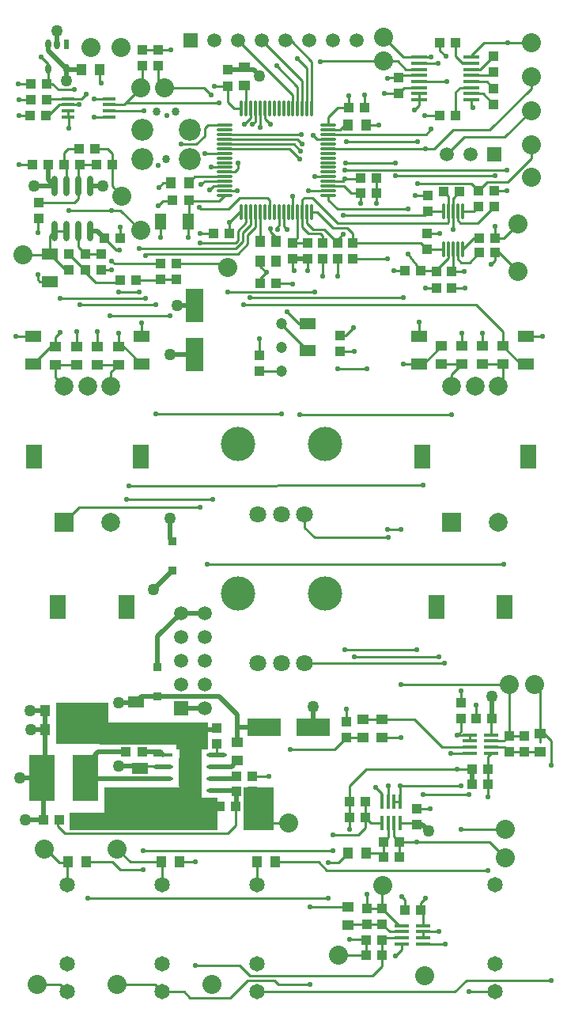
<source format=gtl>
G04*
G04 #@! TF.GenerationSoftware,Altium Limited,CircuitStudio,1.5.1 (13)*
G04*
G04 Layer_Physical_Order=1*
G04 Layer_Color=11767835*
%FSLAX44Y44*%
%MOMM*%
G71*
G01*
G75*
%ADD10R,1.3000X1.0500*%
%ADD11R,1.0000X1.1000*%
%ADD12R,1.1000X1.0000*%
%ADD13R,1.7500X1.1500*%
%ADD14R,1.1500X1.7500*%
%ADD15R,0.4500X1.5500*%
%ADD16R,0.9500X0.9000*%
%ADD17O,2.1500X0.4500*%
%ADD18R,2.1500X0.4500*%
%ADD19R,2.4000X3.1000*%
%ADD20R,1.6764X0.3556*%
%ADD21O,0.3000X1.7000*%
%ADD22R,1.0500X1.3000*%
%ADD23R,2.7000X4.8999*%
%ADD24O,0.3000X1.8000*%
%ADD25O,1.8000X0.3000*%
%ADD26R,1.4224X0.4318*%
%ADD27R,1.1000X1.3000*%
%ADD28R,0.6000X1.1000*%
%ADD29O,0.6000X1.1000*%
%ADD30O,0.6000X2.2000*%
%ADD31R,1.5500X0.4500*%
%ADD32R,3.5500X1.8500*%
%ADD33R,1.8500X3.5500*%
%ADD34C,0.2540*%
%ADD35C,0.5080*%
%ADD36R,3.3782X2.8702*%
%ADD37R,2.4384X6.9850*%
%ADD38R,11.6078X2.3876*%
%ADD39R,3.2004X4.6736*%
%ADD40R,5.6642X4.4704*%
%ADD41C,3.6619*%
%ADD42C,1.8001*%
%ADD43C,1.6501*%
%ADD44C,1.5000*%
%ADD45R,1.5000X1.5000*%
%ADD46C,2.0320*%
%ADD47C,0.8636*%
%ADD48C,2.3368*%
%ADD49R,1.8000X2.6000*%
%ADD50R,2.0000X2.0000*%
%ADD51C,2.0000*%
%ADD52R,1.5000X1.5000*%
%ADD53C,1.2000*%
%ADD54C,1.2700*%
%ADD55C,0.5588*%
%ADD56C,0.5080*%
G36*
X466090Y479044D02*
X482854Y479044D01*
X482854Y444500D01*
X324358Y444500D01*
X324358Y463042D01*
X362204Y463042D01*
X362204Y490474D01*
X466090Y490474D01*
Y479044D01*
D02*
G37*
D10*
X788416Y962338D02*
D03*
Y942838D02*
D03*
X744916Y962338D02*
D03*
Y942838D02*
D03*
X722869Y962338D02*
D03*
Y942838D02*
D03*
X331963Y942584D02*
D03*
Y962084D02*
D03*
X354417D02*
D03*
Y942584D02*
D03*
X766963Y962338D02*
D03*
Y942838D02*
D03*
X309510Y942584D02*
D03*
Y962084D02*
D03*
X376870Y942584D02*
D03*
Y962084D02*
D03*
X504190Y538070D02*
D03*
Y518570D02*
D03*
X511556Y1240692D02*
D03*
Y1260192D02*
D03*
X623062Y362556D02*
D03*
Y343056D02*
D03*
X828802Y547468D02*
D03*
Y527968D02*
D03*
X638810Y543208D02*
D03*
Y562708D02*
D03*
X659130Y543208D02*
D03*
Y562708D02*
D03*
D11*
X611886Y1055506D02*
D03*
Y1072506D02*
D03*
X779272Y1128640D02*
D03*
Y1111640D02*
D03*
X762508Y1128640D02*
D03*
Y1111640D02*
D03*
X419608Y1262516D02*
D03*
Y1279516D02*
D03*
X402844Y1262516D02*
D03*
Y1279516D02*
D03*
X528066Y952618D02*
D03*
Y935618D02*
D03*
X778764Y1255658D02*
D03*
Y1272658D02*
D03*
Y1221114D02*
D03*
Y1238114D02*
D03*
X676656Y1249544D02*
D03*
Y1232544D02*
D03*
X579374Y1072506D02*
D03*
Y1055506D02*
D03*
X563118Y1072506D02*
D03*
Y1055506D02*
D03*
X493776Y1240672D02*
D03*
Y1257672D02*
D03*
X595630Y1055506D02*
D03*
Y1072506D02*
D03*
X696468Y450224D02*
D03*
Y467224D02*
D03*
X482600Y553330D02*
D03*
Y536330D02*
D03*
X733298Y1041772D02*
D03*
Y1024772D02*
D03*
X708152Y1123306D02*
D03*
Y1106306D02*
D03*
X707136Y1082920D02*
D03*
Y1065920D02*
D03*
X717296Y1024772D02*
D03*
Y1041772D02*
D03*
X292100Y1098940D02*
D03*
Y1115940D02*
D03*
X323850Y1043822D02*
D03*
Y1060822D02*
D03*
X341630Y1044076D02*
D03*
Y1061076D02*
D03*
X358394Y1060568D02*
D03*
Y1043568D02*
D03*
X438912Y1050408D02*
D03*
Y1033408D02*
D03*
X422148Y1050408D02*
D03*
Y1033408D02*
D03*
X659384Y343798D02*
D03*
Y360798D02*
D03*
X643382Y343798D02*
D03*
Y360798D02*
D03*
X795274Y528456D02*
D03*
Y545456D02*
D03*
X811276Y528456D02*
D03*
Y545456D02*
D03*
X628142Y1055506D02*
D03*
Y1072506D02*
D03*
X614172Y956564D02*
D03*
Y973564D02*
D03*
X620776Y560188D02*
D03*
Y543188D02*
D03*
X743458Y580762D02*
D03*
Y563762D02*
D03*
D12*
X780406Y1062228D02*
D03*
X763406D02*
D03*
X780406Y1077976D02*
D03*
X763406D02*
D03*
X738242Y1287018D02*
D03*
X721242D02*
D03*
X737988Y1209294D02*
D03*
X720988D02*
D03*
X495418Y1083056D02*
D03*
X478418D02*
D03*
X636406Y1126236D02*
D03*
X653406D02*
D03*
X623198Y1217422D02*
D03*
X640198D02*
D03*
X452208Y1118616D02*
D03*
X435208D02*
D03*
X660790Y432054D02*
D03*
X677790D02*
D03*
X641722Y457708D02*
D03*
X624722D02*
D03*
X660790Y415798D02*
D03*
X677790D02*
D03*
X624722Y474472D02*
D03*
X641722D02*
D03*
X385200Y527812D02*
D03*
X402200D02*
D03*
X296554Y455168D02*
D03*
X313554D02*
D03*
X520310Y501650D02*
D03*
X503310D02*
D03*
X520310Y485902D02*
D03*
X503310D02*
D03*
X502276Y469900D02*
D03*
X485276D02*
D03*
X299838Y1225550D02*
D03*
X282838D02*
D03*
X299584Y1208786D02*
D03*
X282584D02*
D03*
X528710Y1029208D02*
D03*
X545710D02*
D03*
X742306Y1127252D02*
D03*
X725306D02*
D03*
X653406Y1141984D02*
D03*
X636406D02*
D03*
X299838Y1242822D02*
D03*
X282838D02*
D03*
X335906Y1156716D02*
D03*
X318906D02*
D03*
X353196Y1156716D02*
D03*
X370196D02*
D03*
X334654Y1172972D02*
D03*
X351654D02*
D03*
X395596Y1032510D02*
D03*
X378596D02*
D03*
X659502Y326644D02*
D03*
X642502D02*
D03*
X642502Y310896D02*
D03*
X659502D02*
D03*
X700650Y358902D02*
D03*
X683650D02*
D03*
X777104Y563626D02*
D03*
X760104D02*
D03*
X772532Y509270D02*
D03*
X755532D02*
D03*
X755532Y493268D02*
D03*
X772532D02*
D03*
X683904Y1042670D02*
D03*
X700904D02*
D03*
X284616Y1156716D02*
D03*
X301616D02*
D03*
X378578Y1077976D02*
D03*
X361578D02*
D03*
D13*
X579882Y957054D02*
D03*
Y986554D02*
D03*
X699008Y943338D02*
D03*
Y972838D02*
D03*
X285750Y972584D02*
D03*
Y943084D02*
D03*
X401574Y943084D02*
D03*
Y972584D02*
D03*
X813308Y943338D02*
D03*
Y972838D02*
D03*
X396240Y551924D02*
D03*
Y581424D02*
D03*
X400304Y480804D02*
D03*
Y510304D02*
D03*
X303530Y1060468D02*
D03*
Y1030968D02*
D03*
D14*
X451630Y1095756D02*
D03*
X422130D02*
D03*
D15*
X678532Y474800D02*
D03*
X672032D02*
D03*
X665532D02*
D03*
X659032D02*
D03*
X678532Y452300D02*
D03*
X672032D02*
D03*
X665532D02*
D03*
X659032D02*
D03*
D16*
X419100Y587244D02*
D03*
Y618744D02*
D03*
X435102Y753618D02*
D03*
Y722118D02*
D03*
D17*
X482460Y487090D02*
D03*
Y499790D02*
D03*
Y512490D02*
D03*
Y525190D02*
D03*
X424960Y487090D02*
D03*
Y499790D02*
D03*
Y512490D02*
D03*
D18*
Y525190D02*
D03*
D19*
X453710Y506140D02*
D03*
D20*
X698754Y1225914D02*
D03*
Y1232414D02*
D03*
Y1238914D02*
D03*
Y1245414D02*
D03*
Y1251914D02*
D03*
Y1258414D02*
D03*
Y1264914D02*
D03*
Y1271414D02*
D03*
X755142D02*
D03*
Y1264914D02*
D03*
Y1258414D02*
D03*
Y1251914D02*
D03*
Y1245414D02*
D03*
Y1238914D02*
D03*
Y1232414D02*
D03*
Y1225914D02*
D03*
D21*
X745330Y1106858D02*
D03*
X740330D02*
D03*
X735330D02*
D03*
X730330D02*
D03*
X725330D02*
D03*
X745330Y1065858D02*
D03*
X740330D02*
D03*
X735330D02*
D03*
X730330D02*
D03*
X725330D02*
D03*
D22*
X298352Y551688D02*
D03*
X317852D02*
D03*
X298352Y572262D02*
D03*
X317852D02*
D03*
X337468Y1258062D02*
D03*
X356968D02*
D03*
X622964Y1198626D02*
D03*
X642464D02*
D03*
X452218Y1136904D02*
D03*
X432718D02*
D03*
X622456Y419608D02*
D03*
X641956D02*
D03*
X322736Y410210D02*
D03*
X342236D02*
D03*
X525682D02*
D03*
X545182D02*
D03*
X422812D02*
D03*
X442312D02*
D03*
D23*
X341516Y499872D02*
D03*
X295516D02*
D03*
D24*
X508854Y1105534D02*
D03*
X513854D02*
D03*
X518854D02*
D03*
X523854D02*
D03*
X528854D02*
D03*
X533854D02*
D03*
X538854D02*
D03*
X543854D02*
D03*
X548854D02*
D03*
X553854D02*
D03*
X558854D02*
D03*
X563854D02*
D03*
X568854D02*
D03*
X573854D02*
D03*
X578854D02*
D03*
X583854D02*
D03*
Y1216534D02*
D03*
X578854D02*
D03*
X573854D02*
D03*
X568854D02*
D03*
X563854D02*
D03*
X558854D02*
D03*
X553854D02*
D03*
X548854D02*
D03*
X543854D02*
D03*
X538854D02*
D03*
X533854D02*
D03*
X528854D02*
D03*
X523854D02*
D03*
X518854D02*
D03*
X513854D02*
D03*
X508854D02*
D03*
D25*
X601854Y1123534D02*
D03*
Y1128534D02*
D03*
Y1133534D02*
D03*
Y1138534D02*
D03*
Y1143534D02*
D03*
Y1148534D02*
D03*
Y1153534D02*
D03*
Y1158534D02*
D03*
Y1163534D02*
D03*
Y1168534D02*
D03*
Y1173534D02*
D03*
Y1178534D02*
D03*
Y1183534D02*
D03*
Y1188534D02*
D03*
Y1193534D02*
D03*
Y1198534D02*
D03*
X490854D02*
D03*
Y1193534D02*
D03*
Y1188534D02*
D03*
Y1183534D02*
D03*
Y1178534D02*
D03*
Y1173534D02*
D03*
Y1168534D02*
D03*
Y1163534D02*
D03*
Y1158534D02*
D03*
Y1153534D02*
D03*
Y1148534D02*
D03*
Y1143534D02*
D03*
Y1138534D02*
D03*
Y1133534D02*
D03*
Y1128534D02*
D03*
Y1123534D02*
D03*
D26*
X323215Y1226918D02*
D03*
Y1220418D02*
D03*
Y1213918D02*
D03*
Y1207418D02*
D03*
X366649D02*
D03*
Y1213918D02*
D03*
Y1220418D02*
D03*
Y1226918D02*
D03*
D27*
X545460Y1053006D02*
D03*
X528960D02*
D03*
X545460Y1074006D02*
D03*
X528960D02*
D03*
D28*
X321056Y1284986D02*
D03*
D29*
X311556D02*
D03*
X302056D02*
D03*
X321056Y1258986D02*
D03*
X302056D02*
D03*
D30*
X346964Y1133218D02*
D03*
X334264D02*
D03*
X321564D02*
D03*
X308864D02*
D03*
X346964Y1085218D02*
D03*
X334264D02*
D03*
X321564D02*
D03*
X308864D02*
D03*
D31*
X680392Y342236D02*
D03*
Y335736D02*
D03*
Y329236D02*
D03*
Y322736D02*
D03*
X702892Y342236D02*
D03*
Y335736D02*
D03*
Y329236D02*
D03*
Y322736D02*
D03*
X753544Y546198D02*
D03*
Y539698D02*
D03*
Y533198D02*
D03*
Y526698D02*
D03*
X776044Y546198D02*
D03*
Y539698D02*
D03*
Y533198D02*
D03*
Y526698D02*
D03*
D32*
X533312Y554736D02*
D03*
X585812D02*
D03*
D33*
X458724Y953428D02*
D03*
Y1005928D02*
D03*
D34*
X375666Y424180D02*
X389636Y410210D01*
X375666Y424180D02*
X377444D01*
X299466D02*
X313592Y410054D01*
X297688Y424180D02*
X299466D01*
X828802Y537972D02*
Y547468D01*
X303530Y1060468D02*
X320176Y1043822D01*
X275082Y1060196D02*
X303258D01*
X290576Y1033272D02*
Y1038352D01*
Y1033272D02*
X292880Y1030968D01*
X303530D01*
X290576Y1083818D02*
Y1097416D01*
X292100Y1115940D02*
X329810D01*
X367792Y994410D02*
X432562D01*
X374278Y1065276D02*
X378460D01*
X361578Y1077976D02*
X374278Y1065276D01*
X372754Y1050408D02*
X422148D01*
X369824Y1053338D02*
X372754Y1050408D01*
X358394Y1043568D02*
X369942D01*
X379222Y1107440D02*
X400558Y1086104D01*
X369824Y1107440D02*
X379222D01*
X378578Y1077976D02*
Y1089524D01*
X695062Y1123306D02*
X708152D01*
X707136Y1082920D02*
X720716D01*
X735330Y1087374D02*
Y1106858D01*
X619996Y973564D02*
X628396Y981964D01*
X614172Y973564D02*
X619996D01*
X635644Y1140968D02*
X636152Y1140460D01*
X617326Y1138534D02*
X619760Y1140968D01*
X601854Y1138534D02*
X617326D01*
X623198Y1217422D02*
Y1230512D01*
X601854Y1207390D02*
X611886Y1217422D01*
X601854Y1198534D02*
Y1207390D01*
X611886Y1217422D02*
X623198D01*
X744916Y962338D02*
Y975802D01*
X766963Y962338D02*
Y975751D01*
X813308Y972838D02*
X830816D01*
X699008Y972838D02*
Y987806D01*
X705494Y1024772D02*
X717296D01*
X733298Y1024772D02*
X747894D01*
X366649Y1213918D02*
X404674D01*
X312674Y1236472D02*
X330200D01*
X306324Y1242822D02*
X312674Y1236472D01*
X299838Y1242822D02*
X306324D01*
X270764Y1208786D02*
X282584D01*
X270764Y1156716D02*
X284616D01*
X696468Y467224D02*
X710810D01*
X700650Y366640D02*
X705612Y371602D01*
X700650Y358902D02*
Y366640D01*
X680720Y372872D02*
X683650Y369942D01*
Y358902D02*
Y369942D01*
X563854Y1105534D02*
Y1122960D01*
X495300Y1109218D02*
X506730Y1120648D01*
X465074Y1109218D02*
X495300D01*
X463550Y1110742D02*
X465074Y1109218D01*
X464820Y1083056D02*
X478418D01*
X642464Y1198626D02*
X656082D01*
X661806Y1232544D02*
X676656D01*
X694182Y1215136D02*
X698754Y1219708D01*
Y1225914D01*
X704850Y1209294D02*
X720988D01*
X479416Y1240672D02*
X493776D01*
X419608Y1279516D02*
X433460D01*
X402844D02*
X419608D01*
X294640Y1271778D02*
X302056Y1264362D01*
Y1258986D02*
Y1264362D01*
X270510Y1225550D02*
X282838D01*
X269748Y1242822D02*
X282838D01*
X356968Y1245264D02*
X358902Y1243330D01*
X356968Y1245264D02*
Y1258062D01*
X350774Y1226918D02*
X366649D01*
X419608Y1112774D02*
X424434Y1117600D01*
X434192D01*
X435208Y1118616D01*
X420116Y1132078D02*
X424942Y1136904D01*
X432718D01*
X422130Y1078720D02*
Y1095756D01*
X401574Y972584D02*
Y986790D01*
X354417Y962084D02*
Y977813D01*
X331963Y962084D02*
Y977377D01*
X267480Y972584D02*
X285750D01*
X743458Y580762D02*
Y593344D01*
X703072Y482337D02*
X752094D01*
X733044Y526698D02*
X753544D01*
X659130Y543208D02*
X679098D01*
X620776Y560188D02*
Y574040D01*
X652780Y489966D02*
X659032Y483714D01*
Y474800D02*
Y483714D01*
X673862Y309880D02*
X680392Y316410D01*
Y322736D01*
X676656Y1232544D02*
X683026Y1238914D01*
X698754D01*
X640198Y1217422D02*
Y1231002D01*
X743458Y445516D02*
X791464D01*
X749808Y283718D02*
X840232D01*
X737385Y271295D02*
X749808Y283718D01*
X678532Y492096D02*
X743458D01*
X774192Y432054D02*
X791464Y414782D01*
X696468Y432054D02*
X774192D01*
X388112Y813054D02*
X703072Y813308D01*
X323723Y1107440D02*
X369824D01*
X335332Y1006416D02*
X417391D01*
Y889323D02*
X551502D01*
X619760Y637286D02*
X696468D01*
X677790Y432054D02*
X696468D01*
X595630Y1037082D02*
Y1055506D01*
X672084Y1042670D02*
X683904D01*
X678532Y474800D02*
Y492096D01*
X614172Y956564D02*
X629666D01*
Y630174D02*
X719888D01*
X576501Y622799D02*
X726440D01*
X599694Y401574D02*
X772532D01*
X591058Y410210D02*
X599694Y401574D01*
X545182Y410210D02*
X591058D01*
X612550Y409702D02*
X622456Y419608D01*
X601218Y409702D02*
X612550D01*
X344424Y371602D02*
X601218D01*
X582070Y362556D02*
X623062D01*
X548640Y278892D02*
X582070D01*
X544068Y283464D02*
X548640Y278892D01*
X648970Y288544D02*
X659502Y299076D01*
X517398Y288544D02*
X648970D01*
X506730Y299212D02*
X517398Y288544D01*
X515112Y283464D02*
X544068D01*
X496824Y265176D02*
X515112Y283464D01*
X453644Y265176D02*
X496824D01*
X447525Y271295D02*
X453644Y265176D01*
X424180Y271295D02*
X447525D01*
X641722Y447158D02*
Y457708D01*
X633476Y438912D02*
X641722Y447158D01*
X606552Y438912D02*
X633476D01*
X403352Y422656D02*
X606552D01*
X378714Y402082D02*
X403352D01*
X370586Y410210D02*
X378714Y402082D01*
X342236Y410210D02*
X370586D01*
X624722Y327778D02*
X641368D01*
X624722Y445516D02*
Y457708D01*
X642248Y310642D02*
X642502Y310896D01*
X612394Y310642D02*
X642248D01*
X659502Y299076D02*
Y310896D01*
X642502D02*
Y326644D01*
Y310896D02*
Y310896D01*
X642502D01*
X459740Y299212D02*
X506730D01*
X442312Y410210D02*
X459740D01*
X642522Y509426D02*
X740000D01*
X624722Y491626D02*
X642522Y509426D01*
X624722Y474472D02*
Y491626D01*
X740000Y546198D02*
X743458Y549656D01*
Y563762D01*
X389636Y410210D02*
X422812D01*
X416075Y279400D02*
X424180Y271295D01*
X375158Y279400D02*
X416075D01*
X314475D02*
X322580Y271295D01*
X289814Y279400D02*
X314475D01*
X525682Y386394D02*
Y410210D01*
X424180Y386296D02*
Y408842D01*
X313592Y410054D02*
X322580D01*
Y386296D02*
Y410054D01*
X660908Y1292860D02*
X682354Y1271414D01*
X698754D01*
X551502Y985433D02*
X579882Y957054D01*
X551502Y985433D02*
Y986282D01*
X551367Y935618D02*
X551502Y935482D01*
X528066Y935618D02*
X551367D01*
X474472Y1129538D02*
X478468Y1133534D01*
X452208Y1096334D02*
Y1118616D01*
X478468Y1133534D02*
X490854D01*
X465582Y1134872D02*
X469244Y1138534D01*
X490854D01*
X453478Y1117346D02*
X484666D01*
X490854Y1123534D01*
X493776Y1223264D02*
Y1240672D01*
Y1223264D02*
X500506Y1216534D01*
X508854D01*
X539496Y1084834D02*
Y1088136D01*
Y1084834D02*
X545460Y1078870D01*
X528066Y952618D02*
Y970026D01*
X618998Y1198626D02*
X622964D01*
X613906Y1193534D02*
X618998Y1198626D01*
X601854Y1193534D02*
X613906D01*
X545460Y1074006D02*
Y1078870D01*
X506730Y1120648D02*
X536194D01*
X538854Y1117988D01*
Y1105534D02*
Y1117988D01*
X702892Y329236D02*
Y335736D01*
X677790Y415798D02*
Y432054D01*
X660790Y415798D02*
Y432054D01*
X656980Y419608D02*
X660790Y415798D01*
X641956Y419608D02*
X656980D01*
X560578Y530352D02*
X607940D01*
X620776Y543188D01*
X586792Y757376D02*
X665532D01*
X576501Y767667D02*
X586792Y757376D01*
X576501Y767667D02*
Y782483D01*
X665532Y474800D02*
Y491946D01*
X624722Y457708D02*
Y474472D01*
X641722Y457708D02*
Y474472D01*
X641722Y457708D02*
X647130Y452300D01*
X659032D01*
X672032Y437812D02*
X677790Y432054D01*
X672032Y437812D02*
Y452300D01*
X660790Y432054D02*
X665532Y436796D01*
Y452300D01*
X672032Y474800D02*
X678532D01*
X790532Y533198D02*
X795274Y528456D01*
X776044Y533198D02*
X790532D01*
X693830Y562708D02*
X723340Y533198D01*
X659130Y562708D02*
X693830D01*
X638810D02*
X659130D01*
X638790Y543188D02*
X638810Y543208D01*
X620776Y543188D02*
X638790D01*
X840232Y514096D02*
Y539750D01*
X832514Y547468D02*
X840232Y539750D01*
X828802Y547468D02*
X832514D01*
X828802D02*
Y594106D01*
X740000Y509426D02*
X755376D01*
X740000Y546198D02*
X753544D01*
X723340Y533198D02*
X753544D01*
Y539698D02*
Y546198D01*
X402844Y1239774D02*
Y1262516D01*
X376310Y1030224D02*
X378596Y1032510D01*
X352806Y1030224D02*
X376310D01*
X341630Y1041400D02*
X352806Y1030224D01*
X341630Y1041400D02*
Y1044076D01*
X320176Y1043822D02*
X323850D01*
Y1060822D02*
X340596Y1044076D01*
X341630Y1061076D02*
X357886D01*
X334264Y1068442D02*
X341630Y1061076D01*
X334264Y1068442D02*
Y1085218D01*
X308864D02*
X321564D01*
X303530Y1060468D02*
Y1079884D01*
X329810Y1115940D02*
X334264Y1120394D01*
Y1133218D01*
X335906Y1156716D02*
X353196D01*
X370196Y1156716D02*
Y1168282D01*
X365506Y1172972D02*
X370196Y1168282D01*
X351654Y1172972D02*
X365506D01*
X318906Y1156716D02*
Y1169044D01*
X322834Y1172972D01*
X334654D01*
X321564Y1133218D02*
Y1154058D01*
X334264Y1133218D02*
Y1155074D01*
X302056Y1243008D02*
Y1258986D01*
X382574Y962084D02*
X401574Y943084D01*
X376870Y962084D02*
X382574D01*
X309510Y928490D02*
Y942584D01*
Y928490D02*
X319000Y919000D01*
X369000Y934714D02*
X376870Y942584D01*
X369000Y919000D02*
Y934714D01*
X354417Y942584D02*
X376870D01*
X309510D02*
X331963D01*
X686934Y1060704D02*
X700904Y1042670D01*
X757726Y1106858D02*
X762508Y1111640D01*
X745330Y1106858D02*
X757726D01*
X761610Y1093978D02*
X779272Y1111640D01*
X743204Y1093978D02*
X761610D01*
X740330Y1096852D02*
X743204Y1093978D01*
X740330Y1096852D02*
Y1106858D01*
X735330Y1120276D02*
X742306Y1127252D01*
X735330Y1106858D02*
Y1120276D01*
X725306Y1127252D02*
X730330Y1122228D01*
Y1106858D02*
Y1122228D01*
X752738Y1051560D02*
X763406Y1062228D01*
X744220Y1051560D02*
X752738D01*
X740330Y1055450D02*
X744220Y1051560D01*
X740330Y1055450D02*
Y1065858D01*
X757448Y1077976D02*
X763406D01*
X745330Y1065858D02*
X757448Y1077976D01*
X730330Y1056212D02*
Y1065858D01*
X717922Y1043804D02*
X730330Y1056212D01*
X717922Y1041772D02*
Y1043804D01*
X700904Y1042670D02*
X716398D01*
X722869Y942838D02*
X744916D01*
X734000Y919000D02*
Y931921D01*
X744916Y942838D01*
X788416Y923416D02*
Y942838D01*
X766963D02*
X788416D01*
Y962338D02*
X807416Y943338D01*
X813308D01*
X684940Y1258414D02*
X698754D01*
X675894Y1267460D02*
X684940Y1258414D01*
X660908Y1267460D02*
X675894D01*
X699002Y1264666D02*
X719074D01*
X698754Y1264914D02*
X699002Y1264666D01*
X698754Y1225914D02*
Y1232414D01*
Y1271414D02*
X712072D01*
X698754Y1245414D02*
X728980D01*
X737988Y1209294D02*
Y1234304D01*
X742598Y1238914D01*
X755142D01*
X767464Y1232414D02*
X778764Y1221114D01*
X755142Y1232414D02*
X767464D01*
X771464Y1245414D02*
X778764Y1238114D01*
X755142Y1245414D02*
X771464D01*
X775020Y1251914D02*
X778764Y1255658D01*
X755142Y1251914D02*
X775020D01*
X764520Y1258414D02*
X778764Y1272658D01*
X755142Y1258414D02*
X764520D01*
X595630Y1072506D02*
Y1076198D01*
X563118Y1072506D02*
X579374D01*
X528854Y1074112D02*
Y1105534D01*
X452218Y1136904D02*
X458848Y1143534D01*
X490854D01*
X513854Y1216534D02*
Y1238394D01*
X561594Y1289050D02*
X583854Y1266790D01*
Y1216534D02*
Y1266790D01*
X546227Y1262253D02*
X568854Y1239626D01*
Y1216534D02*
Y1239626D01*
X568706Y1270000D02*
X578854Y1259852D01*
X482600Y525330D02*
Y537830D01*
X424960Y487090D02*
X434660D01*
X400340Y512610D02*
X424840D01*
X493776Y440690D02*
X502276Y449190D01*
X312054Y448422D02*
Y455168D01*
Y448422D02*
X319786Y440690D01*
X493776D01*
X516960Y500190D02*
X517024Y500126D01*
X505460Y1289050D02*
X563854Y1230656D01*
Y1216534D02*
Y1230656D01*
X530860Y1289050D02*
X573854Y1246056D01*
Y1216534D02*
Y1246056D01*
X578854Y1216534D02*
Y1259852D01*
X376870Y962084D02*
Y975802D01*
X611886Y1072506D02*
Y1076452D01*
X705866Y1173534D02*
X715318D01*
X735584Y1193800D01*
X303530Y1079884D02*
X308864Y1085218D01*
X534416Y452120D02*
X559308D01*
X735584Y1193800D02*
X774700D01*
X818896Y1237996D01*
X702892Y322736D02*
X726596D01*
X702892Y335736D02*
X719888D01*
X471678Y729234D02*
X789686D01*
X385420Y798424D02*
X477774D01*
X525780Y271295D02*
X737385D01*
X752117D02*
X780420D01*
X299838Y1225550D02*
X301206Y1226918D01*
X323215D01*
X313638Y1220418D02*
X323215D01*
X302006Y1208786D02*
X313638Y1220418D01*
X299584Y1208786D02*
X302006D01*
X323215Y1220418D02*
X335280D01*
X370196Y1133738D02*
Y1156716D01*
Y1133738D02*
X381000Y1122934D01*
X351126Y1207418D02*
X366649D01*
X323215Y1226918D02*
X337664D01*
X342646Y1231900D01*
X323215Y1208584D02*
Y1213918D01*
X323723Y1195324D02*
Y1208076D01*
X563118Y1044448D02*
Y1055506D01*
X579374Y1043178D02*
Y1055506D01*
X563118Y1044448D02*
X564896Y1042670D01*
X760104Y563626D02*
Y578476D01*
X619760Y1140968D02*
X635644D01*
X601854Y1133534D02*
X618812D01*
X626110Y1126236D01*
X636406D01*
Y1115060D02*
Y1126236D01*
X520310Y501650D02*
X538226D01*
X464820Y469900D02*
X485276D01*
X502920Y485150D02*
X502960Y485190D01*
X502276Y449190D02*
Y469900D01*
X733298Y1041772D02*
X747150D01*
X772532Y523186D02*
X776044Y526698D01*
X772532Y509270D02*
Y523186D01*
Y493268D02*
Y509270D01*
X772532Y479806D02*
Y493268D01*
X728980Y1167384D02*
X747522Y1185926D01*
X790448D01*
X818896Y1214374D01*
Y1237996D02*
Y1250696D01*
Y1163066D02*
Y1177544D01*
X762508Y1128640D02*
X771788Y1137920D01*
X793750D01*
X818896Y1163066D01*
X779390Y1128522D02*
X792988D01*
X754634Y1136514D02*
X762508Y1128640D01*
X697856Y1136514D02*
X754634D01*
X697230Y1135888D02*
X697856Y1136514D01*
X419608Y1245108D02*
Y1262516D01*
Y1245108D02*
X426466Y1238250D01*
X469004D01*
X476370Y1230884D01*
X309510Y962084D02*
Y972196D01*
X314452Y977138D01*
X285750Y943084D02*
X304750Y962084D01*
X309510D01*
X571246Y889254D02*
X734000D01*
X662094Y329236D02*
X680392D01*
X659502Y310896D02*
Y326644D01*
X667446Y335736D02*
X680392D01*
X659384Y343798D02*
X667446Y335736D01*
X677946Y342236D02*
X680392D01*
X659384Y360798D02*
X677946Y342236D01*
X643382Y343798D02*
X659384D01*
X643382Y360798D02*
X659384D01*
Y384810D01*
X643382Y360798D02*
Y375412D01*
X623804Y343798D02*
X643382D01*
X776044Y546198D02*
Y562566D01*
X795274Y545456D02*
Y600202D01*
Y545456D02*
X811276D01*
X776044Y539698D02*
X789516D01*
X795274Y545456D01*
X679196Y600456D02*
X795528D01*
X664718Y765810D02*
X679196D01*
X628142Y1055506D02*
X664718D01*
X611886Y1036828D02*
Y1055506D01*
X780406Y1062228D02*
X784352D01*
X804672Y1041908D01*
X780406Y1077976D02*
Y1090304D01*
Y1077976D02*
X789432D01*
X804672Y1093216D01*
X780406Y1053964D02*
Y1062228D01*
X776224Y1049782D02*
X780406Y1053964D01*
X735330Y1043804D02*
Y1065858D01*
X733298Y1041772D02*
X735330Y1043804D01*
X681972Y943338D02*
X699008D01*
X518160Y1014222D02*
X681972D01*
X569958Y986554D02*
X579882D01*
X557530Y998982D02*
X569958Y986554D01*
X319000Y774000D02*
X335194Y790194D01*
X464820D01*
X611886Y938022D02*
X643382D01*
X513854Y1094244D02*
Y1105534D01*
X504698Y1085088D02*
X513854Y1094244D01*
X504698Y1075182D02*
Y1085088D01*
X502412Y1072896D02*
X504698Y1075182D01*
X464820Y1072896D02*
X502412D01*
X399288Y1066800D02*
X502920D01*
X510286Y1074166D01*
Y1083310D01*
X518854Y1091878D01*
Y1105534D01*
X523854Y1089258D02*
Y1105534D01*
X515620Y1081024D02*
X523854Y1089258D01*
X515620Y1071372D02*
Y1081024D01*
X405638Y1058926D02*
X407162Y1060704D01*
X504952D01*
X515620Y1071372D01*
X422148Y1033408D02*
X438912D01*
X395596Y1032510D02*
X421250D01*
X422148Y1033408D01*
X376870Y1020252D02*
X399354D01*
X548854Y1091652D02*
Y1105534D01*
X547370Y1090168D02*
X548854Y1091652D01*
X553854Y1090542D02*
Y1105534D01*
Y1090542D02*
X557530Y1086866D01*
X547370D02*
Y1090168D01*
X594106Y1267460D02*
X660908D01*
X592836Y1266190D02*
X594106Y1267460D01*
X666106Y1249544D02*
X676656D01*
X665226Y1248664D02*
X666106Y1249544D01*
X679026Y1251914D02*
X698754D01*
X676656Y1249544D02*
X679026Y1251914D01*
X755142Y1218946D02*
Y1225914D01*
Y1218946D02*
X756412Y1217676D01*
X490854Y1173534D02*
X559762D01*
X571246Y1162050D01*
X490854Y1178534D02*
X564922D01*
X572262Y1171194D01*
X490854Y1183534D02*
X568812D01*
X573532Y1178814D01*
X490854Y1188534D02*
X572702D01*
X589640Y1183534D02*
X601854D01*
X585216Y1187958D02*
X589640Y1183534D01*
X601854Y1188534D02*
X706442D01*
X712072Y1194164D01*
X621030Y1180592D02*
X697230D01*
X601854Y1173534D02*
X705866D01*
X620014Y1158240D02*
X673862D01*
X619506Y1150620D02*
X792988D01*
X673862Y1144270D02*
X780542D01*
X708704Y1106858D02*
X725330D01*
X707198Y1065858D02*
X725330D01*
X314452Y1013714D02*
X405638D01*
X788416Y962338D02*
Y978154D01*
X759714Y1006856D02*
X788416Y978154D01*
X511048Y1006856D02*
X759714D01*
X628142Y1072506D02*
X700550D01*
X707136Y1065920D01*
X451630Y1078756D02*
Y1095756D01*
X493776Y1020318D02*
X587274D01*
X490854Y1128534D02*
X490866Y1128522D01*
X504190D01*
X518854Y1206432D02*
Y1216534D01*
X512191Y1199769D02*
X518854Y1206432D01*
X533854Y1205792D02*
Y1216534D01*
Y1205792D02*
X539877Y1199769D01*
X528854Y1195832D02*
Y1216534D01*
X523854Y1202542D02*
Y1216534D01*
X520700Y1199388D02*
X523854Y1202542D01*
X476370Y1153534D02*
X490854D01*
X366649Y1220418D02*
X383488D01*
X401320Y1238250D01*
X472602Y1198534D02*
X490854D01*
X469138Y1195070D02*
X472602Y1198534D01*
X443992Y1178052D02*
X460502D01*
X469138Y1186688D01*
Y1195070D01*
X469392Y1168534D02*
X490854D01*
X568854Y1078242D02*
Y1105534D01*
X563118Y1072506D02*
X568854Y1078242D01*
X573854Y1089338D02*
Y1105534D01*
Y1089338D02*
X580644Y1082548D01*
X611886Y1076452D02*
X617728Y1082294D01*
X628142Y1072506D02*
Y1083056D01*
X580644Y1082548D02*
X593344D01*
X595630Y1080262D01*
Y1072506D02*
Y1080262D01*
X578854Y1093736D02*
Y1105534D01*
Y1093736D02*
X585216Y1087374D01*
X597018D01*
X611886Y1072506D01*
X573854Y1105534D02*
Y1118802D01*
X575954Y1120902D01*
X584708D01*
X611886Y1093724D02*
X729742D01*
X730330Y1094312D01*
Y1106858D01*
X704460Y1102614D02*
X708152Y1106306D01*
X617728Y1102614D02*
X704460D01*
X583854Y1105534D02*
X589916D01*
X584708Y1120902D02*
X611886Y1093724D01*
X622300Y1088898D02*
X628142Y1083056D01*
X589916Y1105534D02*
X606552Y1088898D01*
X622300D01*
X653406Y1126236D02*
Y1141984D01*
X653406Y1115060D02*
Y1126236D01*
X490854Y1148534D02*
X502104D01*
X505460Y1151890D01*
Y1157986D01*
X383488Y1220418D02*
X385572Y1222502D01*
X484378D01*
X587274Y1143534D02*
X601854D01*
X699008Y943338D02*
X703869D01*
X722869Y962338D01*
X678532Y452300D02*
X694392D01*
X696468Y450224D01*
X702892Y342236D02*
Y356660D01*
X700650Y358902D02*
X702892Y356660D01*
X795274Y528456D02*
X811276D01*
X828314D01*
X659502Y326644D02*
X662094Y329236D01*
X438912Y1050408D02*
X489848D01*
X493776Y1046480D01*
X528960Y1047364D02*
Y1053006D01*
Y1047364D02*
X535178Y1041146D01*
X528710Y1029208D02*
Y1034678D01*
X535178Y1041146D01*
X545710Y1029208D02*
X562864D01*
X563880Y1028192D01*
X580656Y1128534D02*
X601854D01*
Y1118488D02*
Y1123534D01*
Y1118488D02*
X611632Y1108710D01*
X687070D01*
X495418Y1083056D02*
Y1094350D01*
X506602Y1105534D01*
X508854D01*
X738242Y1272168D02*
Y1287018D01*
Y1272168D02*
X745496Y1264914D01*
X755142D01*
X721242Y1278246D02*
Y1287018D01*
Y1278246D02*
X727456Y1272032D01*
X755142Y1271414D02*
Y1273048D01*
X768748Y1286654D01*
X794114D01*
X818532D01*
D35*
X277622Y455168D02*
X296554D01*
X286512Y1133218D02*
X308864D01*
X346964D02*
X360296D01*
X301616Y1140466D02*
X308864Y1133218D01*
X354336Y1085218D02*
X361578Y1077976D01*
X346964Y1085218D02*
X354336D01*
X301616Y1140466D02*
Y1156716D01*
X493776Y1257672D02*
X521598D01*
X528320Y1250950D01*
X321056Y1246378D02*
Y1258986D01*
X321980Y1258062D02*
X337468D01*
X321056Y1258986D02*
X321980Y1258062D01*
X311556Y1284986D02*
Y1299870D01*
X440016Y1005928D02*
X458724D01*
X585812Y554736D02*
Y576414D01*
X777104Y563626D02*
Y587248D01*
X702682Y450224D02*
X709168Y443738D01*
X696468Y450224D02*
X702682D01*
X283210Y551688D02*
X298352D01*
X282702Y572262D02*
X298352D01*
X271272Y499872D02*
X295516D01*
X432562Y756158D02*
X435102Y753618D01*
X432562Y756158D02*
Y778002D01*
Y953008D02*
X458304D01*
X458724Y953428D01*
X563118Y1055506D02*
X579374D01*
X755532Y493268D02*
Y509270D01*
X484632Y587248D02*
X504190Y567690D01*
X504444Y554736D02*
X533312D01*
X296554Y455168D02*
Y498834D01*
X298352Y502708D02*
Y551688D01*
Y572262D01*
X464708Y551830D02*
X482600D01*
X463550Y550672D02*
X464708Y551830D01*
X463550Y540766D02*
Y550672D01*
X396240Y553174D02*
X412280D01*
X341516Y499618D02*
X423100D01*
X482460Y512490D02*
X498110D01*
X504190Y518570D01*
Y538070D02*
Y567690D01*
X482460Y499790D02*
X501450D01*
X482460Y487090D02*
X500980D01*
X503310Y470934D02*
Y485902D01*
X422338Y527812D02*
X424960Y525190D01*
X402200Y527812D02*
X422338D01*
X341516Y499872D02*
Y513982D01*
X355600Y528066D01*
X385826D01*
X377444Y512572D02*
X398036D01*
X400304Y510304D01*
X377444Y580390D02*
X395206D01*
X302056Y1277986D02*
X321056Y1258986D01*
X302056Y1277986D02*
Y1284986D01*
X443992Y676656D02*
X469392D01*
X443992Y575056D02*
X469392D01*
X419100Y587248D02*
X484632D01*
X396240Y581424D02*
X402060Y587244D01*
X419100D01*
Y618744D02*
Y651764D01*
X443992Y676656D01*
X414784Y701800D02*
X435102Y722118D01*
D36*
X455549Y545465D02*
D03*
D37*
X453898Y523113D02*
D03*
D38*
X414401Y547878D02*
D03*
D39*
X527050Y467360D02*
D03*
D40*
X338455Y558292D02*
D03*
D41*
X598002Y857485D02*
D03*
X505000D02*
D03*
X598002Y697800D02*
D03*
X505000D02*
D03*
D42*
X576501Y782483D02*
D03*
X551502D02*
D03*
X526501D02*
D03*
X576501Y622799D02*
D03*
X551502D02*
D03*
X526501D02*
D03*
D43*
X322580Y271295D02*
D03*
Y301295D02*
D03*
Y386296D02*
D03*
X525780Y271295D02*
D03*
Y301295D02*
D03*
Y386296D02*
D03*
X424180Y271295D02*
D03*
Y301295D02*
D03*
Y386296D02*
D03*
X780420Y271295D02*
D03*
Y301295D02*
D03*
Y386296D02*
D03*
D44*
X728980Y1167384D02*
D03*
X754380D02*
D03*
X632460Y1289050D02*
D03*
X607060D02*
D03*
X581660D02*
D03*
X556260D02*
D03*
X530860D02*
D03*
X505460D02*
D03*
X480060D02*
D03*
X469392Y575056D02*
D03*
X443992Y600456D02*
D03*
X469392D02*
D03*
X443992Y625856D02*
D03*
X469392D02*
D03*
X443992Y651256D02*
D03*
X469392D02*
D03*
X443992Y676656D02*
D03*
X469392D02*
D03*
D45*
X779780Y1167384D02*
D03*
X454660Y1289050D02*
D03*
D46*
X791464Y445516D02*
D03*
X400558Y1086104D02*
D03*
X381000Y1122934D02*
D03*
X493776Y1046480D02*
D03*
X375666Y424180D02*
D03*
X659892Y385318D02*
D03*
X795528Y600456D02*
D03*
X660908Y1292860D02*
D03*
X426466Y1238250D02*
D03*
X401320D02*
D03*
X818896Y1250696D02*
D03*
X660908Y1267460D02*
D03*
X818896Y1214374D02*
D03*
Y1287018D02*
D03*
X791464Y414782D02*
D03*
X822452Y600456D02*
D03*
X477012Y279400D02*
D03*
X297688Y424180D02*
D03*
X375158Y279400D02*
D03*
X289814D02*
D03*
X559562Y452374D02*
D03*
X347472Y1281430D02*
D03*
X275082Y1060196D02*
D03*
X379730Y1281430D02*
D03*
X612394Y310642D02*
D03*
X818896Y1177544D02*
D03*
Y1143254D02*
D03*
X804672Y1093216D02*
D03*
Y1041908D02*
D03*
X704596Y288798D02*
D03*
D47*
X428244Y1162050D02*
D03*
X438404Y1212850D02*
D03*
X418084D02*
D03*
D48*
X402844Y1162050D02*
D03*
X453644D02*
D03*
Y1193800D02*
D03*
X402844D02*
D03*
D49*
X287000Y844000D02*
D03*
X401000D02*
D03*
X702000D02*
D03*
X816000D02*
D03*
X717601Y683260D02*
D03*
X790601D02*
D03*
X312420D02*
D03*
X385420D02*
D03*
D50*
X319000Y774000D02*
D03*
X734000D02*
D03*
D51*
X369000D02*
D03*
X319000Y919000D02*
D03*
X344000D02*
D03*
X369000D02*
D03*
X784000Y774000D02*
D03*
X734000Y919000D02*
D03*
X759000D02*
D03*
X784000D02*
D03*
D52*
X443992Y575056D02*
D03*
D53*
X551502Y986282D02*
D03*
Y935482D02*
D03*
Y960882D02*
D03*
D54*
X277622Y455168D02*
D03*
X286512Y1133218D02*
D03*
X360296D02*
D03*
X528320Y1250950D02*
D03*
X321056Y1246378D02*
D03*
X311556Y1299870D02*
D03*
X440016Y1005928D02*
D03*
X585812Y576414D02*
D03*
X777104Y587248D02*
D03*
X709168Y443738D02*
D03*
X283210Y551688D02*
D03*
X282702Y572262D02*
D03*
X271272Y499872D02*
D03*
X432562Y778002D02*
D03*
Y953008D02*
D03*
X464820Y453390D02*
D03*
Y469900D02*
D03*
X447040Y550926D02*
D03*
X463550Y536956D02*
D03*
X447294D02*
D03*
X518414Y469646D02*
D03*
X536194Y452120D02*
D03*
X518414D02*
D03*
X411480Y453390D02*
D03*
X429260D02*
D03*
Y469900D02*
D03*
X447040D02*
D03*
Y453390D02*
D03*
X337566Y571500D02*
D03*
X359410D02*
D03*
X431038Y550926D02*
D03*
X393700Y453390D02*
D03*
X340360D02*
D03*
X358140D02*
D03*
X375920D02*
D03*
X463550Y550926D02*
D03*
X414782Y551688D02*
D03*
X375920Y469900D02*
D03*
X359410Y545846D02*
D03*
X337566D02*
D03*
X536194Y469646D02*
D03*
X377444Y512572D02*
D03*
Y580390D02*
D03*
X414784Y701800D02*
D03*
D55*
X428752Y1208786D02*
D03*
X419354Y1155446D02*
D03*
X290576Y1038352D02*
D03*
Y1083818D02*
D03*
X369824Y1107440D02*
D03*
X367792Y994410D02*
D03*
X432562D02*
D03*
X378460Y1065276D02*
D03*
X369824Y1053338D02*
D03*
X369942Y1043568D02*
D03*
X378578Y1089524D02*
D03*
X695062Y1123306D02*
D03*
X720716Y1082920D02*
D03*
X735330Y1087374D02*
D03*
X628396Y981964D02*
D03*
X619760Y1140968D02*
D03*
X623198Y1230512D02*
D03*
X744916Y975802D02*
D03*
X766963Y975751D02*
D03*
X830816Y972838D02*
D03*
X699008Y987806D02*
D03*
X705494Y1024772D02*
D03*
X747894Y1024772D02*
D03*
X270764Y1208786D02*
D03*
Y1156716D02*
D03*
X710810Y467224D02*
D03*
X705612Y371602D02*
D03*
X680720Y372872D02*
D03*
X563854Y1122960D02*
D03*
X495418Y1094350D02*
D03*
X464820Y1083056D02*
D03*
X656082Y1198626D02*
D03*
X661806Y1232544D02*
D03*
X694182Y1215136D02*
D03*
X704850Y1209294D02*
D03*
X756412Y1217676D02*
D03*
X727456Y1272032D02*
D03*
X479416Y1240672D02*
D03*
X433460Y1279516D02*
D03*
X294640Y1271778D02*
D03*
X270510Y1225550D02*
D03*
X269748Y1242822D02*
D03*
X358902Y1243330D02*
D03*
X419608Y1112774D02*
D03*
X420116Y1132078D02*
D03*
X422130Y1078720D02*
D03*
X401574Y986790D02*
D03*
X354417Y977813D02*
D03*
X331963Y977377D02*
D03*
X267480Y972584D02*
D03*
X743458Y593344D02*
D03*
X752094Y482337D02*
D03*
X703072D02*
D03*
X733044Y526698D02*
D03*
X679098Y543208D02*
D03*
X620776Y574040D02*
D03*
X652780Y489966D02*
D03*
X673862Y309880D02*
D03*
X640198Y1231002D02*
D03*
X697230Y1135888D02*
D03*
Y1180592D02*
D03*
X673862Y1158240D02*
D03*
X743458Y445516D02*
D03*
X840232Y283718D02*
D03*
Y514096D02*
D03*
X743458Y492096D02*
D03*
X703072Y813308D02*
D03*
X388112Y813054D02*
D03*
X323723Y1107440D02*
D03*
X335332Y1006348D02*
D03*
X417391Y1006416D02*
D03*
Y889323D02*
D03*
X551502D02*
D03*
X679196Y600456D02*
D03*
Y765810D02*
D03*
X664718D02*
D03*
Y1055506D02*
D03*
X643382Y938022D02*
D03*
Y375412D02*
D03*
X611886Y938022D02*
D03*
Y1036828D02*
D03*
X619760Y637286D02*
D03*
X696468D02*
D03*
Y432054D02*
D03*
X595630Y1037082D02*
D03*
X672084Y1042670D02*
D03*
X678532Y492096D02*
D03*
X493776Y1020318D02*
D03*
X681972Y1014222D02*
D03*
Y943338D02*
D03*
X518160Y1014222D02*
D03*
X629666Y630174D02*
D03*
Y956564D02*
D03*
X719888Y630174D02*
D03*
X734000Y889254D02*
D03*
X571246D02*
D03*
X726440Y622799D02*
D03*
X772532Y401574D02*
D03*
X601218Y409702D02*
D03*
Y371602D02*
D03*
X582070Y278892D02*
D03*
Y362556D02*
D03*
X606552Y438912D02*
D03*
Y422656D02*
D03*
X403352D02*
D03*
Y402082D02*
D03*
X624722Y327778D02*
D03*
Y445516D02*
D03*
X459740Y299212D02*
D03*
Y410210D02*
D03*
X344424Y371602D02*
D03*
X474472Y1129538D02*
D03*
X465582Y1134872D02*
D03*
X463550Y1110742D02*
D03*
X539496Y1088136D02*
D03*
X528066Y970026D02*
D03*
X557530Y998982D02*
D03*
X547370Y1086866D02*
D03*
X557530D02*
D03*
X560578Y530352D02*
D03*
X665532Y757376D02*
D03*
Y491946D02*
D03*
X740000Y509426D02*
D03*
Y546198D02*
D03*
X476370Y1230884D02*
D03*
X469392Y1168534D02*
D03*
X476370Y1153534D02*
D03*
X686934Y1060704D02*
D03*
X443992Y1178052D02*
D03*
X705866Y1173534D02*
D03*
X712072Y1194164D02*
D03*
X728980Y1245616D02*
D03*
X719074Y1264666D02*
D03*
X712072Y1271414D02*
D03*
X794114Y1286654D02*
D03*
X546227Y1262253D02*
D03*
X568706Y1270000D02*
D03*
X587274Y1143534D02*
D03*
X405638Y1058926D02*
D03*
Y1013714D02*
D03*
X314452D02*
D03*
Y977138D02*
D03*
X399288Y1066800D02*
D03*
X376870Y975802D02*
D03*
Y1020252D02*
D03*
X399354D02*
D03*
X464820Y1072896D02*
D03*
Y790194D02*
D03*
X587274Y1020318D02*
D03*
X572702Y1188534D02*
D03*
X573532Y1178814D02*
D03*
X572262Y1171194D02*
D03*
X571246Y1162050D02*
D03*
X792988Y1128522D02*
D03*
X719888Y335736D02*
D03*
X726596Y322736D02*
D03*
X780406Y1090304D02*
D03*
X780542Y1144270D02*
D03*
X585216Y1187958D02*
D03*
X592836Y1266190D02*
D03*
X619506Y1150620D02*
D03*
X620014Y1158240D02*
D03*
X621030Y1180592D02*
D03*
X673862Y1144270D02*
D03*
X776224Y1049782D02*
D03*
X471678Y729234D02*
D03*
X789686D02*
D03*
X385420Y798424D02*
D03*
X477774D02*
D03*
X752117Y271295D02*
D03*
X335280Y1220418D02*
D03*
X323723Y1195324D02*
D03*
X350774Y1226918D02*
D03*
X351126Y1207418D02*
D03*
X342646Y1231900D02*
D03*
X330200Y1236472D02*
D03*
X579374Y1043178D02*
D03*
X564896Y1042670D02*
D03*
X760104Y578476D02*
D03*
X665226Y1248664D02*
D03*
X687070Y1108710D02*
D03*
X636406Y1115060D02*
D03*
X538226Y501650D02*
D03*
X563880Y1028192D02*
D03*
X747150Y1041772D02*
D03*
X772532Y479806D02*
D03*
X792988Y1150620D02*
D03*
X511048Y1006856D02*
D03*
X451630Y1078756D02*
D03*
X535178Y1041146D02*
D03*
X504190Y1128522D02*
D03*
X539877Y1199769D02*
D03*
X528854Y1195832D02*
D03*
X512191Y1199769D02*
D03*
X520700Y1199388D02*
D03*
X617728Y1082294D02*
D03*
Y1102614D02*
D03*
X653406Y1115060D02*
D03*
X505460Y1157986D02*
D03*
X404622Y1213866D02*
D03*
X484632Y1222502D02*
D03*
X580656Y1128534D02*
D03*
D56*
X444500Y519430D02*
D03*
X462280D02*
D03*
Y510709D02*
D03*
Y501988D02*
D03*
Y493268D02*
D03*
X453390Y519430D02*
D03*
Y510709D02*
D03*
Y501988D02*
D03*
Y493268D02*
D03*
X444500Y510709D02*
D03*
Y501988D02*
D03*
Y493268D02*
D03*
M02*

</source>
